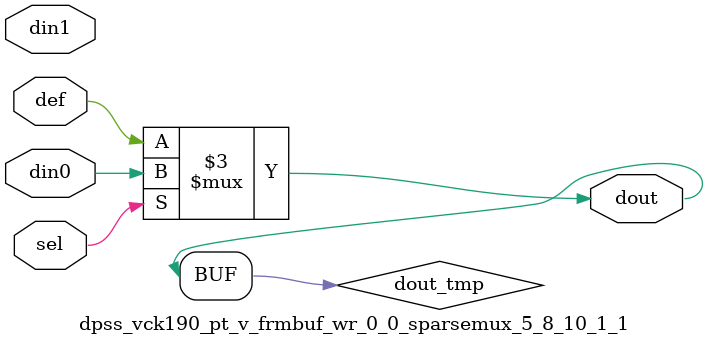
<source format=v>
`timescale 1ns / 1ps

module dpss_vck190_pt_v_frmbuf_wr_0_0_sparsemux_5_8_10_1_1 (din0,din1,def,sel,dout);

parameter din0_WIDTH = 1;

parameter din1_WIDTH = 1;

parameter def_WIDTH = 1;
parameter sel_WIDTH = 1;
parameter dout_WIDTH = 1;

parameter [sel_WIDTH-1:0] CASE0 = 1;

parameter [sel_WIDTH-1:0] CASE1 = 1;

parameter ID = 1;
parameter NUM_STAGE = 1;



input [din0_WIDTH-1:0] din0;

input [din1_WIDTH-1:0] din1;

input [def_WIDTH-1:0] def;
input [sel_WIDTH-1:0] sel;

output [dout_WIDTH-1:0] dout;



reg [dout_WIDTH-1:0] dout_tmp;

always @ (*) begin
case (sel)
    
    CASE0 : dout_tmp = din0;
    
    CASE1 : dout_tmp = din1;
    
    default : dout_tmp = def;
endcase
end


assign dout = dout_tmp;



endmodule

</source>
